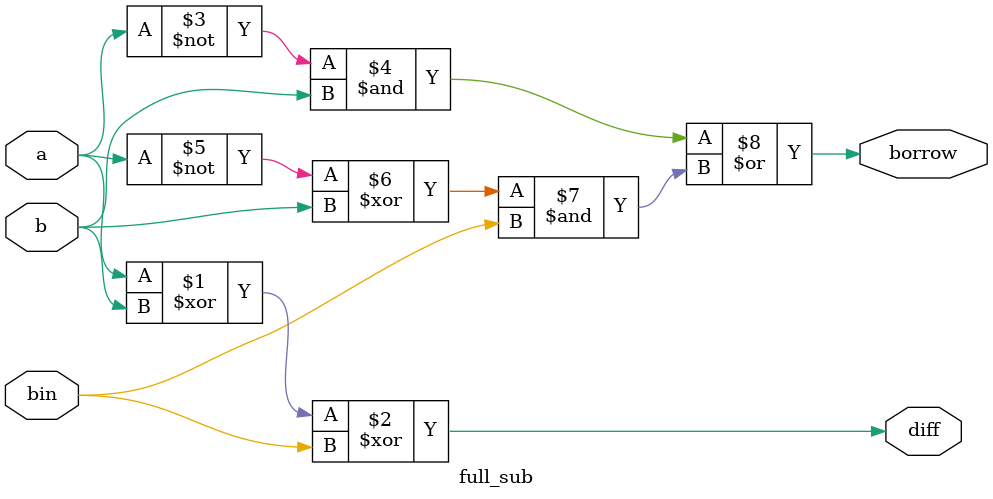
<source format=v>
module full_sub(input a,b,bin,
                  output diff,borrow);
  assign diff=a^b^bin;
  assign borrow=((~a)&b)|((~a^b)&bin); 
endmodule

</source>
